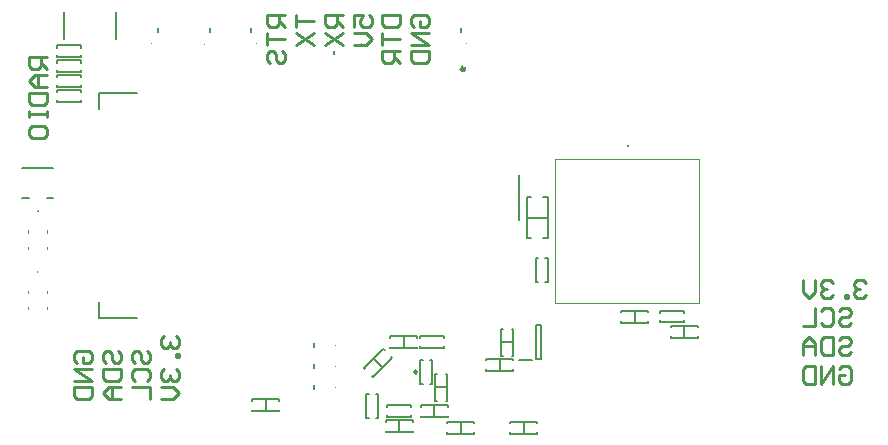
<source format=gbo>
G04*
G04 #@! TF.GenerationSoftware,Altium Limited,Altium Designer,22.3.1 (43)*
G04*
G04 Layer_Color=32896*
%FSLAX25Y25*%
%MOIN*%
G70*
G04*
G04 #@! TF.SameCoordinates,D668225F-02C3-4EAC-AD72-9857121BA27B*
G04*
G04*
G04 #@! TF.FilePolarity,Positive*
G04*
G01*
G75*
%ADD10C,0.00787*%
%ADD11C,0.00394*%
%ADD12C,0.00591*%
%ADD13C,0.00500*%
%ADD14C,0.01000*%
%ADD132C,0.01181*%
%ADD133C,0.00984*%
D10*
X93673Y198240D02*
G03*
X93673Y198240I-122J0D01*
G01*
X290012Y219854D02*
G03*
X290406Y219854I197J0D01*
G01*
D02*
G03*
X290012Y219854I-197J0D01*
G01*
D02*
G03*
X290406Y219854I197J0D01*
G01*
X133500Y257909D02*
Y259090D01*
X234500Y257909D02*
Y259090D01*
X192335Y250410D02*
Y251590D01*
X151000Y257909D02*
Y259090D01*
X164500Y257909D02*
Y259090D01*
X102107Y255483D02*
Y264538D01*
X119500Y255472D02*
Y264528D01*
X88382Y212622D02*
X98618D01*
X96496Y202386D02*
X98618D01*
X88382D02*
X90504D01*
X185500Y138909D02*
Y140091D01*
Y152909D02*
Y154091D01*
Y145909D02*
Y147091D01*
X254102Y148594D02*
X258236D01*
X259614Y148791D02*
Y160209D01*
X261386D01*
Y148791D02*
Y160209D01*
X259614Y148791D02*
X261386D01*
D11*
X236500Y253906D02*
G03*
X236500Y253512I0J-197D01*
G01*
D02*
G03*
X236500Y253906I0J197D01*
G01*
X201500D02*
G03*
X201500Y253512I0J-197D01*
G01*
D02*
G03*
X201500Y253906I0J197D01*
G01*
X93500Y177579D02*
G03*
X93500Y177972I0J197D01*
G01*
D02*
G03*
X93500Y177579I0J-197D01*
G01*
Y157476D02*
G03*
X93500Y157870I0J197D01*
G01*
D02*
G03*
X93500Y157476I0J-197D01*
G01*
X131500Y253906D02*
G03*
X131500Y253512I0J-197D01*
G01*
D02*
G03*
X131500Y253906I0J197D01*
G01*
X149000D02*
G03*
X149000Y253512I0J-197D01*
G01*
D02*
G03*
X149000Y253906I0J197D01*
G01*
X166500D02*
G03*
X166500Y253512I0J-197D01*
G01*
D02*
G03*
X166500Y253906I0J197D01*
G01*
X192595Y139500D02*
G03*
X192988Y139500I197J0D01*
G01*
D02*
G03*
X192595Y139500I-197J0D01*
G01*
Y153500D02*
G03*
X192988Y153500I197J0D01*
G01*
D02*
G03*
X192595Y153500I-197J0D01*
G01*
Y146500D02*
G03*
X192988Y146500I197J0D01*
G01*
D02*
G03*
X192595Y146500I-197J0D01*
G01*
X90350Y185453D02*
Y186240D01*
Y190965D02*
Y191752D01*
X96650Y190965D02*
Y191752D01*
Y185453D02*
Y186240D01*
X90350Y165350D02*
Y166138D01*
Y170862D02*
Y171650D01*
X96650Y170862D02*
Y171650D01*
Y165350D02*
Y166138D01*
X266016Y215504D02*
X314008D01*
Y167512D02*
Y215504D01*
X266016Y167512D02*
X314008D01*
X266016D02*
Y215504D01*
D12*
X228937Y155681D02*
Y156468D01*
X221063D02*
X228937D01*
X221063Y155681D02*
Y156468D01*
Y152532D02*
Y153319D01*
Y152532D02*
X228937D01*
Y153319D01*
X211000Y156000D02*
Y156500D01*
X220000D01*
Y156000D02*
Y156500D01*
Y152500D02*
Y153000D01*
X211000Y152500D02*
X220000D01*
X211000D02*
Y153000D01*
X215500Y152500D02*
Y156500D01*
X202404Y145732D02*
X202757Y145379D01*
X202404Y145732D02*
X208768Y152096D01*
X209121Y151743D01*
X211243Y149621D02*
X211596Y149268D01*
X205232Y142904D02*
X211596Y149268D01*
X204879Y143257D02*
X205232Y142904D01*
X205586Y148914D02*
X208414Y146086D01*
X243000Y148500D02*
Y149000D01*
X252000D01*
Y148500D02*
Y149000D01*
Y145000D02*
Y145500D01*
X243000Y145000D02*
X252000D01*
X243000D02*
Y145500D01*
X247500Y145000D02*
Y149000D01*
X218500Y124500D02*
Y125000D01*
X209500Y124500D02*
X218500D01*
X209500D02*
Y125000D01*
Y128000D02*
Y128500D01*
X218500D01*
Y128000D02*
Y128500D01*
X214000Y124500D02*
Y128500D01*
X255500Y124000D02*
Y128000D01*
X260000Y127500D02*
Y128000D01*
X251000D02*
X260000D01*
X251000Y127500D02*
Y128000D01*
Y124000D02*
Y124500D01*
Y124000D02*
X260000D01*
Y124500D01*
X234500Y124000D02*
Y128000D01*
X230000Y124000D02*
Y124500D01*
Y124000D02*
X239000D01*
Y124500D01*
Y127500D02*
Y128000D01*
X230000D02*
X239000D01*
X230000Y127500D02*
Y128000D01*
X230264Y129500D02*
Y130000D01*
X221264Y129500D02*
X230264D01*
X221264D02*
Y130000D01*
Y133000D02*
Y133500D01*
X230264D01*
Y133000D02*
Y133500D01*
X225764Y129500D02*
Y133500D01*
X100063Y237681D02*
Y238469D01*
X107937D01*
Y237681D02*
Y238469D01*
Y234531D02*
Y235319D01*
X100063Y234531D02*
X107937D01*
X100063D02*
Y235319D01*
X100013Y252636D02*
Y253423D01*
X107887D01*
Y252636D02*
Y253423D01*
Y249486D02*
Y250274D01*
X100013Y249486D02*
X107887D01*
X100013D02*
Y250274D01*
Y247636D02*
Y248423D01*
X107887D01*
Y247636D02*
Y248423D01*
Y244486D02*
Y245274D01*
X100013Y244486D02*
X107887D01*
X100013D02*
Y245274D01*
X100063Y242681D02*
Y243468D01*
X107937D01*
Y242681D02*
Y243468D01*
Y239531D02*
Y240319D01*
X100063Y239531D02*
X107937D01*
X100063D02*
Y240319D01*
X292500Y161000D02*
Y165000D01*
X288000Y161000D02*
Y161500D01*
Y161000D02*
X297000D01*
Y161500D01*
Y164500D02*
Y165000D01*
X288000D02*
X297000D01*
X288000Y164500D02*
Y165000D01*
X301063Y161031D02*
Y161819D01*
Y161031D02*
X308937D01*
Y161819D01*
Y164181D02*
Y164969D01*
X301063D02*
X308937D01*
X301063Y164181D02*
Y164969D01*
X259531Y182437D02*
X260319D01*
X259531Y174563D02*
Y182437D01*
Y174563D02*
X260319D01*
X262681D02*
X263469D01*
Y182437D01*
X262681D02*
X263469D01*
X256457Y202693D02*
X258032D01*
X256457Y189307D02*
Y202693D01*
Y189307D02*
X258032D01*
X261968D02*
X263543D01*
Y202693D01*
X261968D02*
X263543D01*
X256457Y196000D02*
X263543D01*
X309000Y156000D02*
Y160000D01*
X304500Y156000D02*
Y156500D01*
Y156000D02*
X313500D01*
Y156500D01*
Y159500D02*
Y160000D01*
X304500D02*
X313500D01*
X304500Y159500D02*
Y160000D01*
X248000Y154500D02*
X252000D01*
X251500Y150000D02*
X252000D01*
Y159000D01*
X251500D02*
X252000D01*
X248000D02*
X248500D01*
X248000Y150000D02*
Y159000D01*
Y150000D02*
X248500D01*
X210063Y129532D02*
Y130319D01*
Y129532D02*
X217937D01*
Y130319D01*
Y132681D02*
Y133468D01*
X210063D02*
X217937D01*
X210063Y132681D02*
Y133468D01*
X224181Y140563D02*
X224969D01*
Y148437D01*
X224181D02*
X224969D01*
X221031D02*
X221819D01*
X221031Y140563D02*
Y148437D01*
Y140563D02*
X221819D01*
X203031Y137169D02*
X203819D01*
X203031Y129295D02*
Y137169D01*
Y129295D02*
X203819D01*
X206181D02*
X206968D01*
Y137169D01*
X206181D02*
X206968D01*
X226000Y139500D02*
X230000D01*
X226000Y144000D02*
X226500D01*
X226000Y135000D02*
Y144000D01*
Y135000D02*
X226500D01*
X229500D02*
X230000D01*
Y144000D01*
X229500D02*
X230000D01*
X169500Y131500D02*
Y135500D01*
X174000Y135000D02*
Y135500D01*
X165000D02*
X174000D01*
X165000Y135000D02*
Y135500D01*
Y131500D02*
Y132000D01*
Y131500D02*
X174000D01*
Y132000D01*
D13*
X113921Y162598D02*
X126520D01*
X113921D02*
Y167717D01*
Y232283D02*
Y237402D01*
X126520D01*
X254079Y195276D02*
Y210236D01*
D14*
X96500Y249500D02*
X90502D01*
Y246501D01*
X91502Y245501D01*
X93501D01*
X94501Y246501D01*
Y249500D01*
Y247501D02*
X96500Y245501D01*
Y243502D02*
X92501D01*
X90502Y241503D01*
X92501Y239503D01*
X96500D01*
X93501D01*
Y243502D01*
X90502Y237504D02*
X96500D01*
Y234505D01*
X95500Y233505D01*
X91502D01*
X90502Y234505D01*
Y237504D01*
Y231506D02*
Y229506D01*
Y230506D01*
X96500D01*
Y231506D01*
Y229506D01*
X90502Y223508D02*
Y225508D01*
X91502Y226507D01*
X95500D01*
X96500Y225508D01*
Y223508D01*
X95500Y222509D01*
X91502D01*
X90502Y223508D01*
X369493Y174291D02*
X368494Y175291D01*
X366494D01*
X365494Y174291D01*
Y173292D01*
X366494Y172292D01*
X367494D01*
X366494D01*
X365494Y171292D01*
Y170293D01*
X366494Y169293D01*
X368494D01*
X369493Y170293D01*
X363495Y169293D02*
Y170293D01*
X362495D01*
Y169293D01*
X363495D01*
X358497Y174291D02*
X357497Y175291D01*
X355498D01*
X354498Y174291D01*
Y173292D01*
X355498Y172292D01*
X356497D01*
X355498D01*
X354498Y171292D01*
Y170293D01*
X355498Y169293D01*
X357497D01*
X358497Y170293D01*
X352499Y175291D02*
Y171292D01*
X350499Y169293D01*
X348500Y171292D01*
Y175291D01*
X360496Y164694D02*
X361496Y165693D01*
X363495D01*
X364495Y164694D01*
Y163694D01*
X363495Y162694D01*
X361496D01*
X360496Y161695D01*
Y160695D01*
X361496Y159695D01*
X363495D01*
X364495Y160695D01*
X354498Y164694D02*
X355498Y165693D01*
X357497D01*
X358497Y164694D01*
Y160695D01*
X357497Y159695D01*
X355498D01*
X354498Y160695D01*
X352499Y165693D02*
Y159695D01*
X348500D01*
X360496Y155096D02*
X361496Y156096D01*
X363495D01*
X364495Y155096D01*
Y154096D01*
X363495Y153097D01*
X361496D01*
X360496Y152097D01*
Y151097D01*
X361496Y150098D01*
X363495D01*
X364495Y151097D01*
X358497Y156096D02*
Y150098D01*
X355498D01*
X354498Y151097D01*
Y155096D01*
X355498Y156096D01*
X358497D01*
X352499Y150098D02*
Y154096D01*
X350499Y156096D01*
X348500Y154096D01*
Y150098D01*
Y153097D01*
X352499D01*
X360496Y145498D02*
X361496Y146498D01*
X363495D01*
X364495Y145498D01*
Y141500D01*
X363495Y140500D01*
X361496D01*
X360496Y141500D01*
Y143499D01*
X362495D01*
X358497Y140500D02*
Y146498D01*
X354498Y140500D01*
Y146498D01*
X352499D02*
Y140500D01*
X349500D01*
X348500Y141500D01*
Y145498D01*
X349500Y146498D01*
X352499D01*
X176012Y263500D02*
X170014D01*
Y260501D01*
X171013Y259501D01*
X173013D01*
X174012Y260501D01*
Y263500D01*
Y261501D02*
X176012Y259501D01*
X170014Y257502D02*
Y253503D01*
Y255503D01*
X176012D01*
X171013Y247505D02*
X170014Y248505D01*
Y250504D01*
X171013Y251504D01*
X172013D01*
X173013Y250504D01*
Y248505D01*
X174012Y247505D01*
X175012D01*
X176012Y248505D01*
Y250504D01*
X175012Y251504D01*
X179611Y263500D02*
Y259501D01*
Y261501D01*
X185609D01*
X179611Y257502D02*
X185609Y253503D01*
X179611D02*
X185609Y257502D01*
X195207Y263500D02*
X189209D01*
Y260501D01*
X190209Y259501D01*
X192208D01*
X193208Y260501D01*
Y263500D01*
Y261501D02*
X195207Y259501D01*
X189209Y257502D02*
X195207Y253503D01*
X189209D02*
X195207Y257502D01*
X198807Y259501D02*
Y263500D01*
X201806D01*
X200806Y261501D01*
Y260501D01*
X201806Y259501D01*
X203805D01*
X204805Y260501D01*
Y262500D01*
X203805Y263500D01*
X198807Y257502D02*
X202805D01*
X204805Y255503D01*
X202805Y253503D01*
X198807D01*
X208404Y263500D02*
X214402D01*
Y260501D01*
X213403Y259501D01*
X209404D01*
X208404Y260501D01*
Y263500D01*
Y257502D02*
Y253503D01*
Y255503D01*
X214402D01*
Y251504D02*
X208404D01*
Y248505D01*
X209404Y247505D01*
X211403D01*
X212403Y248505D01*
Y251504D01*
Y249504D02*
X214402Y247505D01*
X219002Y259501D02*
X218002Y260501D01*
Y262500D01*
X219002Y263500D01*
X223000D01*
X224000Y262500D01*
Y260501D01*
X223000Y259501D01*
X221001D01*
Y261501D01*
X224000Y257502D02*
X218002D01*
X224000Y253503D01*
X218002D01*
Y251504D02*
X224000D01*
Y248505D01*
X223000Y247505D01*
X219002D01*
X218002Y248505D01*
Y251504D01*
X106709Y147496D02*
X105709Y148496D01*
Y150495D01*
X106709Y151495D01*
X110707D01*
X111707Y150495D01*
Y148496D01*
X110707Y147496D01*
X108708D01*
Y149495D01*
X111707Y145497D02*
X105709D01*
X111707Y141498D01*
X105709D01*
Y139499D02*
X111707D01*
Y136500D01*
X110707Y135500D01*
X106709D01*
X105709Y136500D01*
Y139499D01*
X116306Y147496D02*
X115307Y148496D01*
Y150495D01*
X116306Y151495D01*
X117306D01*
X118306Y150495D01*
Y148496D01*
X119305Y147496D01*
X120305D01*
X121305Y148496D01*
Y150495D01*
X120305Y151495D01*
X115307Y145497D02*
X121305D01*
Y142498D01*
X120305Y141498D01*
X116306D01*
X115307Y142498D01*
Y145497D01*
X121305Y139499D02*
X117306D01*
X115307Y137499D01*
X117306Y135500D01*
X121305D01*
X118306D01*
Y139499D01*
X125904Y147496D02*
X124904Y148496D01*
Y150495D01*
X125904Y151495D01*
X126904D01*
X127903Y150495D01*
Y148496D01*
X128903Y147496D01*
X129903D01*
X130902Y148496D01*
Y150495D01*
X129903Y151495D01*
X125904Y141498D02*
X124904Y142498D01*
Y144497D01*
X125904Y145497D01*
X129903D01*
X130902Y144497D01*
Y142498D01*
X129903Y141498D01*
X124904Y139499D02*
X130902D01*
Y135500D01*
X135502Y156493D02*
X134502Y155494D01*
Y153494D01*
X135502Y152495D01*
X136501D01*
X137501Y153494D01*
Y154494D01*
Y153494D01*
X138501Y152495D01*
X139500D01*
X140500Y153494D01*
Y155494D01*
X139500Y156493D01*
X140500Y150495D02*
X139500D01*
Y149495D01*
X140500D01*
Y150495D01*
X135502Y145497D02*
X134502Y144497D01*
Y142498D01*
X135502Y141498D01*
X136501D01*
X137501Y142498D01*
Y143497D01*
Y142498D01*
X138501Y141498D01*
X139500D01*
X140500Y142498D01*
Y144497D01*
X139500Y145497D01*
X134502Y139499D02*
X138501D01*
X140500Y137499D01*
X138501Y135500D01*
X134502D01*
D132*
X235850Y245512D02*
G03*
X235850Y245512I-591J0D01*
G01*
D133*
X220004Y144512D02*
G03*
X220004Y144512I-492J0D01*
G01*
M02*

</source>
